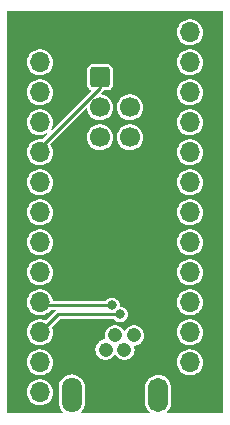
<source format=gbl>
%TF.GenerationSoftware,KiCad,Pcbnew,6.0.2+dfsg-1*%
%TF.CreationDate,2022-08-12T08:44:15-04:00*%
%TF.ProjectId,attiny_devboard,61747469-6e79-45f6-9465-76626f617264,rev?*%
%TF.SameCoordinates,Original*%
%TF.FileFunction,Copper,L2,Bot*%
%TF.FilePolarity,Positive*%
%FSLAX46Y46*%
G04 Gerber Fmt 4.6, Leading zero omitted, Abs format (unit mm)*
G04 Created by KiCad (PCBNEW 6.0.2+dfsg-1) date 2022-08-12 08:44:15*
%MOMM*%
%LPD*%
G01*
G04 APERTURE LIST*
G04 Aperture macros list*
%AMRoundRect*
0 Rectangle with rounded corners*
0 $1 Rounding radius*
0 $2 $3 $4 $5 $6 $7 $8 $9 X,Y pos of 4 corners*
0 Add a 4 corners polygon primitive as box body*
4,1,4,$2,$3,$4,$5,$6,$7,$8,$9,$2,$3,0*
0 Add four circle primitives for the rounded corners*
1,1,$1+$1,$2,$3*
1,1,$1+$1,$4,$5*
1,1,$1+$1,$6,$7*
1,1,$1+$1,$8,$9*
0 Add four rect primitives between the rounded corners*
20,1,$1+$1,$2,$3,$4,$5,0*
20,1,$1+$1,$4,$5,$6,$7,0*
20,1,$1+$1,$6,$7,$8,$9,0*
20,1,$1+$1,$8,$9,$2,$3,0*%
G04 Aperture macros list end*
%TA.AperFunction,ComponentPad*%
%ADD10RoundRect,0.250000X-0.600000X-0.600000X0.600000X-0.600000X0.600000X0.600000X-0.600000X0.600000X0*%
%TD*%
%TA.AperFunction,ComponentPad*%
%ADD11C,1.700000*%
%TD*%
%TA.AperFunction,ComponentPad*%
%ADD12O,1.700000X2.900000*%
%TD*%
%TA.AperFunction,ComponentPad*%
%ADD13O,1.700000X2.980000*%
%TD*%
%TA.AperFunction,ComponentPad*%
%ADD14C,1.208000*%
%TD*%
%TA.AperFunction,ComponentPad*%
%ADD15R,1.700000X1.700000*%
%TD*%
%TA.AperFunction,ComponentPad*%
%ADD16O,1.700000X1.700000*%
%TD*%
%TA.AperFunction,ViaPad*%
%ADD17C,0.800000*%
%TD*%
%TA.AperFunction,Conductor*%
%ADD18C,0.250000*%
%TD*%
G04 APERTURE END LIST*
D10*
%TO.P,J1,1,DATA*%
%TO.N,PA0*%
X137160000Y-80010000D03*
D11*
%TO.P,J1,2,VCC*%
%TO.N,VCC*%
X139700000Y-80010000D03*
%TO.P,J1,3,NC*%
%TO.N,unconnected-(J1-Pad3)*%
X137160000Y-82550000D03*
%TO.P,J1,4,NC*%
%TO.N,unconnected-(J1-Pad4)*%
X139700000Y-82550000D03*
%TO.P,J1,5,NC*%
%TO.N,unconnected-(J1-Pad5)*%
X137160000Y-85090000D03*
%TO.P,J1,6,GND*%
%TO.N,GND*%
X139700000Y-85090000D03*
%TD*%
D12*
%TO.P,J2,6,Shield*%
%TO.N,GND*%
X142080000Y-106904000D03*
D13*
X134780000Y-106904000D03*
D14*
%TO.P,J2,5,GND*%
X140030000Y-101854000D03*
%TO.P,J2,4,ID*%
%TO.N,unconnected-(J2-Pad4)*%
X139230000Y-103054000D03*
%TO.P,J2,3,D+*%
%TO.N,unconnected-(J2-Pad3)*%
X138430000Y-101854000D03*
%TO.P,J2,2,D-*%
%TO.N,unconnected-(J2-Pad2)*%
X137630000Y-103054000D03*
%TO.P,J2,1,VBUS*%
%TO.N,VCC*%
X136830000Y-101854000D03*
%TD*%
D15*
%TO.P,J4,1,Pin_1*%
%TO.N,VCC*%
X144780000Y-106680000D03*
D16*
%TO.P,J4,2,Pin_2*%
%TO.N,PB7*%
X144780000Y-104140000D03*
%TO.P,J4,3,Pin_3*%
%TO.N,PB6*%
X144780000Y-101600000D03*
%TO.P,J4,4,Pin_4*%
%TO.N,PB5*%
X144780000Y-99060000D03*
%TO.P,J4,5,Pin_5*%
%TO.N,PB4*%
X144780000Y-96520000D03*
%TO.P,J4,6,Pin_6*%
%TO.N,PB3*%
X144780000Y-93980000D03*
%TO.P,J4,7,Pin_7*%
%TO.N,PB2*%
X144780000Y-91440000D03*
%TO.P,J4,8,Pin_8*%
%TO.N,PB1*%
X144780000Y-88900000D03*
%TO.P,J4,9,Pin_9*%
%TO.N,PB0*%
X144780000Y-86360000D03*
%TO.P,J4,10,Pin_10*%
%TO.N,PC0*%
X144780000Y-83820000D03*
%TO.P,J4,11,Pin_11*%
%TO.N,PC1*%
X144780000Y-81280000D03*
%TO.P,J4,12,Pin_12*%
%TO.N,PC2*%
X144780000Y-78740000D03*
%TO.P,J4,13,Pin_13*%
%TO.N,GND*%
X144780000Y-76200000D03*
%TD*%
D15*
%TO.P,J3,1,Pin_1*%
%TO.N,VCC*%
X132080000Y-76200000D03*
D16*
%TO.P,J3,2,Pin_2*%
%TO.N,PC3*%
X132080000Y-78740000D03*
%TO.P,J3,3,Pin_3*%
%TO.N,PC4*%
X132080000Y-81280000D03*
%TO.P,J3,4,Pin_4*%
%TO.N,PC5*%
X132080000Y-83820000D03*
%TO.P,J3,5,Pin_5*%
%TO.N,PA0*%
X132080000Y-86360000D03*
%TO.P,J3,6,Pin_6*%
%TO.N,PA1*%
X132080000Y-88900000D03*
%TO.P,J3,7,Pin_7*%
%TO.N,PA2*%
X132080000Y-91440000D03*
%TO.P,J3,8,Pin_8*%
%TO.N,PA3*%
X132080000Y-93980000D03*
%TO.P,J3,9,Pin_9*%
%TO.N,PA4*%
X132080000Y-96520000D03*
%TO.P,J3,10,Pin_10*%
%TO.N,PA5*%
X132080000Y-99060000D03*
%TO.P,J3,11,Pin_11*%
%TO.N,PA6*%
X132080000Y-101600000D03*
%TO.P,J3,12,Pin_12*%
%TO.N,PA7*%
X132080000Y-104140000D03*
%TO.P,J3,13,Pin_13*%
%TO.N,GND*%
X132080000Y-106680000D03*
%TD*%
D17*
%TO.N,PA6*%
X138870337Y-100072972D03*
%TO.N,PA5*%
X138176000Y-99314000D03*
%TO.N,VCC*%
X136103992Y-97495992D03*
X135087992Y-98511992D03*
%TD*%
D18*
%TO.N,PA6*%
X133607028Y-100072972D02*
X138870337Y-100072972D01*
X132080000Y-101600000D02*
X133607028Y-100072972D01*
%TO.N,PA5*%
X138176000Y-99314000D02*
X132334000Y-99314000D01*
X132334000Y-99314000D02*
X132080000Y-99060000D01*
%TO.N,PA0*%
X132080000Y-86360000D02*
X132080000Y-85968990D01*
X137160000Y-80888990D02*
X137160000Y-80010000D01*
X132080000Y-85968990D02*
X137160000Y-80888990D01*
%TD*%
%TA.AperFunction,Conductor*%
%TO.N,VCC*%
G36*
X147565067Y-74430933D02*
G01*
X147574000Y-74452500D01*
X147574000Y-108427500D01*
X147565067Y-108449067D01*
X147543500Y-108458000D01*
X142739854Y-108458000D01*
X142718287Y-108449067D01*
X142709354Y-108427500D01*
X142718287Y-108405933D01*
X142722208Y-108402623D01*
X142803799Y-108344746D01*
X142804986Y-108343904D01*
X142950728Y-108191660D01*
X142982716Y-108142119D01*
X143064264Y-108015824D01*
X143064266Y-108015821D01*
X143065052Y-108014603D01*
X143089214Y-107954651D01*
X143143293Y-107820465D01*
X143143294Y-107820463D01*
X143143834Y-107819122D01*
X143151514Y-107779797D01*
X143184019Y-107613349D01*
X143184020Y-107613342D01*
X143184229Y-107612271D01*
X143184500Y-107606730D01*
X143184500Y-106251341D01*
X143179194Y-106195729D01*
X143169645Y-106095637D01*
X143169644Y-106095634D01*
X143169507Y-106094194D01*
X143164495Y-106077108D01*
X143123950Y-105938904D01*
X143110177Y-105891958D01*
X143013676Y-105704590D01*
X143003121Y-105691152D01*
X142884383Y-105539993D01*
X142883486Y-105538851D01*
X142882389Y-105537899D01*
X142725399Y-105401669D01*
X142725398Y-105401668D01*
X142724304Y-105400719D01*
X142541874Y-105295181D01*
X142540506Y-105294706D01*
X142540504Y-105294705D01*
X142344149Y-105226519D01*
X142344148Y-105226519D01*
X142342778Y-105226043D01*
X142134200Y-105195801D01*
X141923667Y-105205545D01*
X141718774Y-105254924D01*
X141526916Y-105342157D01*
X141525732Y-105342997D01*
X141525730Y-105342998D01*
X141409922Y-105425147D01*
X141355014Y-105464096D01*
X141354008Y-105465147D01*
X141216253Y-105609048D01*
X141209272Y-105616340D01*
X141208483Y-105617562D01*
X141101912Y-105782612D01*
X141094948Y-105793397D01*
X141094406Y-105794743D01*
X141094405Y-105794744D01*
X141032287Y-105948878D01*
X141016166Y-105988878D01*
X141015889Y-105990295D01*
X141015889Y-105990296D01*
X140975981Y-106194651D01*
X140975980Y-106194658D01*
X140975771Y-106195729D01*
X140975500Y-106201270D01*
X140975500Y-107556659D01*
X140975568Y-107557370D01*
X140975568Y-107557373D01*
X140984865Y-107654812D01*
X140990493Y-107713806D01*
X140990900Y-107715192D01*
X140990900Y-107715194D01*
X141003688Y-107758785D01*
X141049823Y-107916042D01*
X141146324Y-108103410D01*
X141147219Y-108104549D01*
X141147220Y-108104551D01*
X141253883Y-108240339D01*
X141276514Y-108269149D01*
X141407546Y-108382853D01*
X141432450Y-108404464D01*
X141442884Y-108425346D01*
X141435496Y-108447490D01*
X141412460Y-108458000D01*
X135496243Y-108458000D01*
X135474676Y-108449067D01*
X135465743Y-108427500D01*
X135474676Y-108405933D01*
X135478597Y-108402623D01*
X135503799Y-108384746D01*
X135504986Y-108383904D01*
X135650728Y-108231660D01*
X135677345Y-108190438D01*
X135764264Y-108055824D01*
X135764266Y-108055821D01*
X135765052Y-108054603D01*
X135781716Y-108013256D01*
X135843293Y-107860465D01*
X135843294Y-107860463D01*
X135843834Y-107859122D01*
X135851383Y-107820465D01*
X135884019Y-107653349D01*
X135884020Y-107653342D01*
X135884229Y-107652271D01*
X135884500Y-107646730D01*
X135884500Y-106211341D01*
X135883115Y-106196826D01*
X135869645Y-106055637D01*
X135869644Y-106055634D01*
X135869507Y-106054194D01*
X135829099Y-105916455D01*
X135810585Y-105853349D01*
X135810177Y-105851958D01*
X135713676Y-105664590D01*
X135674950Y-105615289D01*
X135584383Y-105499993D01*
X135583486Y-105498851D01*
X135496369Y-105423254D01*
X135425399Y-105361669D01*
X135425398Y-105361668D01*
X135424304Y-105360719D01*
X135241874Y-105255181D01*
X135240506Y-105254706D01*
X135240504Y-105254705D01*
X135044149Y-105186519D01*
X135044148Y-105186519D01*
X135042778Y-105186043D01*
X134834200Y-105155801D01*
X134623667Y-105165545D01*
X134418774Y-105214924D01*
X134226916Y-105302157D01*
X134225732Y-105302997D01*
X134225730Y-105302998D01*
X134088994Y-105399992D01*
X134055014Y-105424096D01*
X133909272Y-105576340D01*
X133908483Y-105577562D01*
X133825629Y-105705881D01*
X133794948Y-105753397D01*
X133794406Y-105754743D01*
X133794405Y-105754744D01*
X133720186Y-105938904D01*
X133716166Y-105948878D01*
X133715889Y-105950295D01*
X133715889Y-105950296D01*
X133675981Y-106154651D01*
X133675980Y-106154658D01*
X133675771Y-106155729D01*
X133675500Y-106161270D01*
X133675500Y-107596659D01*
X133675568Y-107597370D01*
X133675568Y-107597373D01*
X133688723Y-107735250D01*
X133690493Y-107753806D01*
X133690900Y-107755192D01*
X133690900Y-107755194D01*
X133698011Y-107779434D01*
X133749823Y-107956042D01*
X133846324Y-108143410D01*
X133847219Y-108144549D01*
X133847220Y-108144551D01*
X133945841Y-108270101D01*
X133976514Y-108309149D01*
X133977611Y-108310101D01*
X134086354Y-108404464D01*
X134096788Y-108425346D01*
X134089400Y-108447490D01*
X134066364Y-108458000D01*
X129316500Y-108458000D01*
X129294933Y-108449067D01*
X129286000Y-108427500D01*
X129286000Y-106650964D01*
X130971148Y-106650964D01*
X130984424Y-106853522D01*
X131034392Y-107050269D01*
X131119377Y-107234616D01*
X131120182Y-107235755D01*
X131235726Y-107399248D01*
X131235730Y-107399252D01*
X131236533Y-107400389D01*
X131381938Y-107542035D01*
X131383104Y-107542814D01*
X131478761Y-107606730D01*
X131550720Y-107654812D01*
X131638788Y-107692649D01*
X131735945Y-107734391D01*
X131735947Y-107734392D01*
X131737228Y-107734942D01*
X131935216Y-107779742D01*
X131936612Y-107779797D01*
X131936613Y-107779797D01*
X132093676Y-107785968D01*
X132138053Y-107787712D01*
X132338945Y-107758584D01*
X132340267Y-107758135D01*
X132340272Y-107758134D01*
X132529836Y-107693785D01*
X132531165Y-107693334D01*
X132615032Y-107646366D01*
X132707055Y-107594831D01*
X132707057Y-107594830D01*
X132708276Y-107594147D01*
X132770934Y-107542035D01*
X132863270Y-107465239D01*
X132864345Y-107464345D01*
X132994147Y-107308276D01*
X133093334Y-107131165D01*
X133108506Y-107086469D01*
X133158134Y-106940272D01*
X133158135Y-106940267D01*
X133158584Y-106938945D01*
X133187712Y-106738053D01*
X133189232Y-106680000D01*
X133170658Y-106477859D01*
X133115557Y-106282487D01*
X133102916Y-106256852D01*
X133026394Y-106101681D01*
X133026394Y-106101680D01*
X133025776Y-106100428D01*
X132904320Y-105937779D01*
X132755258Y-105799987D01*
X132583581Y-105691667D01*
X132395039Y-105616446D01*
X132393676Y-105616175D01*
X132393673Y-105616174D01*
X132296419Y-105596829D01*
X132195946Y-105576844D01*
X132101892Y-105575613D01*
X131994375Y-105574205D01*
X131994371Y-105574205D01*
X131992971Y-105574187D01*
X131924376Y-105585974D01*
X131794293Y-105608326D01*
X131794289Y-105608327D01*
X131792910Y-105608564D01*
X131791601Y-105609047D01*
X131791597Y-105609048D01*
X131641046Y-105664590D01*
X131602463Y-105678824D01*
X131601262Y-105679539D01*
X131601259Y-105679540D01*
X131561072Y-105703449D01*
X131428010Y-105782612D01*
X131275392Y-105916455D01*
X131149720Y-106075869D01*
X131149069Y-106077107D01*
X131149068Y-106077108D01*
X131057775Y-106250627D01*
X131055203Y-106255515D01*
X130995007Y-106449378D01*
X130971148Y-106650964D01*
X129286000Y-106650964D01*
X129286000Y-104110964D01*
X130971148Y-104110964D01*
X130984424Y-104313522D01*
X131034392Y-104510269D01*
X131119377Y-104694616D01*
X131120182Y-104695755D01*
X131235726Y-104859248D01*
X131235730Y-104859252D01*
X131236533Y-104860389D01*
X131381938Y-105002035D01*
X131550720Y-105114812D01*
X131638788Y-105152649D01*
X131735945Y-105194391D01*
X131735947Y-105194392D01*
X131737228Y-105194942D01*
X131935216Y-105239742D01*
X131936612Y-105239797D01*
X131936613Y-105239797D01*
X132093676Y-105245968D01*
X132138053Y-105247712D01*
X132338945Y-105218584D01*
X132340267Y-105218135D01*
X132340272Y-105218134D01*
X132495390Y-105165478D01*
X132531165Y-105153334D01*
X132708276Y-105054147D01*
X132770934Y-105002035D01*
X132863270Y-104925239D01*
X132864345Y-104924345D01*
X132994147Y-104768276D01*
X133093334Y-104591165D01*
X133108506Y-104546469D01*
X133158134Y-104400272D01*
X133158135Y-104400267D01*
X133158584Y-104398945D01*
X133187712Y-104198053D01*
X133189232Y-104140000D01*
X133186564Y-104110964D01*
X143671148Y-104110964D01*
X143684424Y-104313522D01*
X143734392Y-104510269D01*
X143819377Y-104694616D01*
X143820182Y-104695755D01*
X143935726Y-104859248D01*
X143935730Y-104859252D01*
X143936533Y-104860389D01*
X144081938Y-105002035D01*
X144250720Y-105114812D01*
X144338788Y-105152649D01*
X144435945Y-105194391D01*
X144435947Y-105194392D01*
X144437228Y-105194942D01*
X144635216Y-105239742D01*
X144636612Y-105239797D01*
X144636613Y-105239797D01*
X144793676Y-105245968D01*
X144838053Y-105247712D01*
X145038945Y-105218584D01*
X145040267Y-105218135D01*
X145040272Y-105218134D01*
X145195390Y-105165478D01*
X145231165Y-105153334D01*
X145408276Y-105054147D01*
X145470934Y-105002035D01*
X145563270Y-104925239D01*
X145564345Y-104924345D01*
X145694147Y-104768276D01*
X145793334Y-104591165D01*
X145808506Y-104546469D01*
X145858134Y-104400272D01*
X145858135Y-104400267D01*
X145858584Y-104398945D01*
X145887712Y-104198053D01*
X145889232Y-104140000D01*
X145870658Y-103937859D01*
X145815557Y-103742487D01*
X145802916Y-103716852D01*
X145726394Y-103561681D01*
X145726394Y-103561680D01*
X145725776Y-103560428D01*
X145604320Y-103397779D01*
X145455258Y-103259987D01*
X145283581Y-103151667D01*
X145095039Y-103076446D01*
X145093676Y-103076175D01*
X145093673Y-103076174D01*
X144982195Y-103054000D01*
X144895946Y-103036844D01*
X144801892Y-103035613D01*
X144694375Y-103034205D01*
X144694371Y-103034205D01*
X144692971Y-103034187D01*
X144675920Y-103037117D01*
X144494293Y-103068326D01*
X144494289Y-103068327D01*
X144492910Y-103068564D01*
X144491601Y-103069047D01*
X144491597Y-103069048D01*
X144315006Y-103134197D01*
X144302463Y-103138824D01*
X144301262Y-103139539D01*
X144301259Y-103139540D01*
X144237922Y-103177222D01*
X144128010Y-103242612D01*
X143975392Y-103376455D01*
X143849720Y-103535869D01*
X143849069Y-103537107D01*
X143849068Y-103537108D01*
X143765237Y-103696444D01*
X143755203Y-103715515D01*
X143695007Y-103909378D01*
X143671148Y-104110964D01*
X133186564Y-104110964D01*
X133170658Y-103937859D01*
X133115557Y-103742487D01*
X133102916Y-103716852D01*
X133026394Y-103561681D01*
X133026394Y-103561680D01*
X133025776Y-103560428D01*
X132904320Y-103397779D01*
X132755258Y-103259987D01*
X132583581Y-103151667D01*
X132395039Y-103076446D01*
X132393676Y-103076175D01*
X132393673Y-103076174D01*
X132282195Y-103054000D01*
X136766771Y-103054000D01*
X136785635Y-103233475D01*
X136811050Y-103311696D01*
X136839386Y-103398904D01*
X136841401Y-103405107D01*
X136931633Y-103561393D01*
X137052387Y-103695504D01*
X137198385Y-103801578D01*
X137280817Y-103838279D01*
X137361785Y-103874329D01*
X137361788Y-103874330D01*
X137363248Y-103874980D01*
X137364807Y-103875311D01*
X137364812Y-103875313D01*
X137538209Y-103912169D01*
X137538212Y-103912169D01*
X137539768Y-103912500D01*
X137720232Y-103912500D01*
X137721788Y-103912169D01*
X137721791Y-103912169D01*
X137895188Y-103875313D01*
X137895193Y-103875311D01*
X137896752Y-103874980D01*
X137898212Y-103874330D01*
X137898215Y-103874329D01*
X137979183Y-103838279D01*
X138061615Y-103801578D01*
X138207613Y-103695504D01*
X138328367Y-103561393D01*
X138403586Y-103431110D01*
X138422106Y-103416899D01*
X138445250Y-103419946D01*
X138456414Y-103431110D01*
X138531633Y-103561393D01*
X138652387Y-103695504D01*
X138798385Y-103801578D01*
X138880817Y-103838279D01*
X138961785Y-103874329D01*
X138961788Y-103874330D01*
X138963248Y-103874980D01*
X138964807Y-103875311D01*
X138964812Y-103875313D01*
X139138209Y-103912169D01*
X139138212Y-103912169D01*
X139139768Y-103912500D01*
X139320232Y-103912500D01*
X139321788Y-103912169D01*
X139321791Y-103912169D01*
X139495188Y-103875313D01*
X139495193Y-103875311D01*
X139496752Y-103874980D01*
X139498212Y-103874330D01*
X139498215Y-103874329D01*
X139579183Y-103838279D01*
X139661615Y-103801578D01*
X139807613Y-103695504D01*
X139928367Y-103561393D01*
X140018599Y-103405107D01*
X140020615Y-103398904D01*
X140048950Y-103311696D01*
X140074365Y-103233475D01*
X140093229Y-103054000D01*
X140074365Y-102874525D01*
X140034692Y-102752424D01*
X140036523Y-102729153D01*
X140054274Y-102713993D01*
X140063699Y-102712500D01*
X140120232Y-102712500D01*
X140121788Y-102712169D01*
X140121791Y-102712169D01*
X140295188Y-102675313D01*
X140295193Y-102675311D01*
X140296752Y-102674980D01*
X140298212Y-102674330D01*
X140298215Y-102674329D01*
X140379183Y-102638279D01*
X140461615Y-102601578D01*
X140538913Y-102545418D01*
X140606319Y-102496444D01*
X140607613Y-102495504D01*
X140728367Y-102361393D01*
X140818599Y-102205107D01*
X140821721Y-102195500D01*
X140873871Y-102034995D01*
X140874365Y-102033475D01*
X140893229Y-101854000D01*
X140874365Y-101674525D01*
X140840716Y-101570964D01*
X143671148Y-101570964D01*
X143684424Y-101773522D01*
X143734392Y-101970269D01*
X143819377Y-102154616D01*
X143820182Y-102155755D01*
X143935726Y-102319248D01*
X143935730Y-102319252D01*
X143936533Y-102320389D01*
X144081938Y-102462035D01*
X144250720Y-102574812D01*
X144310827Y-102600636D01*
X144435945Y-102654391D01*
X144435947Y-102654392D01*
X144437228Y-102654942D01*
X144635216Y-102699742D01*
X144636612Y-102699797D01*
X144636613Y-102699797D01*
X144793676Y-102705968D01*
X144838053Y-102707712D01*
X145038945Y-102678584D01*
X145040267Y-102678135D01*
X145040272Y-102678134D01*
X145229836Y-102613785D01*
X145231165Y-102613334D01*
X145408276Y-102514147D01*
X145470934Y-102462035D01*
X145530497Y-102412496D01*
X145564345Y-102384345D01*
X145689660Y-102233671D01*
X145693253Y-102229351D01*
X145693253Y-102229350D01*
X145694147Y-102228276D01*
X145712503Y-102195500D01*
X145792649Y-102052388D01*
X145793334Y-102051165D01*
X145808506Y-102006469D01*
X145858134Y-101860272D01*
X145858135Y-101860267D01*
X145858584Y-101858945D01*
X145887712Y-101658053D01*
X145889232Y-101600000D01*
X145870658Y-101397859D01*
X145815557Y-101202487D01*
X145802916Y-101176852D01*
X145726394Y-101021681D01*
X145726394Y-101021680D01*
X145725776Y-101020428D01*
X145604320Y-100857779D01*
X145455258Y-100719987D01*
X145283581Y-100611667D01*
X145095039Y-100536446D01*
X145093676Y-100536175D01*
X145093673Y-100536174D01*
X144996419Y-100516829D01*
X144895946Y-100496844D01*
X144801892Y-100495613D01*
X144694375Y-100494205D01*
X144694371Y-100494205D01*
X144692971Y-100494187D01*
X144675920Y-100497117D01*
X144494293Y-100528326D01*
X144494289Y-100528327D01*
X144492910Y-100528564D01*
X144491601Y-100529047D01*
X144491597Y-100529048D01*
X144346312Y-100582647D01*
X144302463Y-100598824D01*
X144301262Y-100599539D01*
X144301259Y-100599540D01*
X144261912Y-100622949D01*
X144128010Y-100702612D01*
X143975392Y-100836455D01*
X143849720Y-100995869D01*
X143849069Y-100997107D01*
X143849068Y-100997108D01*
X143778667Y-101130918D01*
X143755203Y-101175515D01*
X143695007Y-101369378D01*
X143694843Y-101370764D01*
X143675052Y-101537982D01*
X143671148Y-101570964D01*
X140840716Y-101570964D01*
X140818599Y-101502893D01*
X140728367Y-101346607D01*
X140607613Y-101212496D01*
X140527392Y-101154212D01*
X140462912Y-101107364D01*
X140462910Y-101107363D01*
X140461615Y-101106422D01*
X140379184Y-101069721D01*
X140298215Y-101033671D01*
X140298212Y-101033670D01*
X140296752Y-101033020D01*
X140295193Y-101032689D01*
X140295188Y-101032687D01*
X140121791Y-100995831D01*
X140121788Y-100995831D01*
X140120232Y-100995500D01*
X139939768Y-100995500D01*
X139938212Y-100995831D01*
X139938209Y-100995831D01*
X139764812Y-101032687D01*
X139764807Y-101032689D01*
X139763248Y-101033020D01*
X139761788Y-101033670D01*
X139761785Y-101033671D01*
X139680817Y-101069721D01*
X139598386Y-101106422D01*
X139452387Y-101212496D01*
X139331633Y-101346607D01*
X139330834Y-101347991D01*
X139256414Y-101476890D01*
X139237894Y-101491101D01*
X139214750Y-101488054D01*
X139203586Y-101476890D01*
X139129166Y-101347991D01*
X139128367Y-101346607D01*
X139007613Y-101212496D01*
X138927392Y-101154212D01*
X138862912Y-101107364D01*
X138862910Y-101107363D01*
X138861615Y-101106422D01*
X138779184Y-101069721D01*
X138698215Y-101033671D01*
X138698212Y-101033670D01*
X138696752Y-101033020D01*
X138695193Y-101032689D01*
X138695188Y-101032687D01*
X138521791Y-100995831D01*
X138521788Y-100995831D01*
X138520232Y-100995500D01*
X138339768Y-100995500D01*
X138338212Y-100995831D01*
X138338209Y-100995831D01*
X138164812Y-101032687D01*
X138164807Y-101032689D01*
X138163248Y-101033020D01*
X138161788Y-101033670D01*
X138161785Y-101033671D01*
X138080817Y-101069721D01*
X137998386Y-101106422D01*
X137852387Y-101212496D01*
X137731633Y-101346607D01*
X137641401Y-101502893D01*
X137585635Y-101674525D01*
X137566771Y-101854000D01*
X137585635Y-102033475D01*
X137586129Y-102034995D01*
X137625308Y-102155575D01*
X137623477Y-102178847D01*
X137605726Y-102194007D01*
X137596301Y-102195500D01*
X137539768Y-102195500D01*
X137538212Y-102195831D01*
X137538209Y-102195831D01*
X137364812Y-102232687D01*
X137364807Y-102232689D01*
X137363248Y-102233020D01*
X137361788Y-102233670D01*
X137361785Y-102233671D01*
X137280817Y-102269721D01*
X137198386Y-102306422D01*
X137197091Y-102307363D01*
X137197089Y-102307364D01*
X137121088Y-102362582D01*
X137052387Y-102412496D01*
X137051319Y-102413682D01*
X137051317Y-102413684D01*
X136999980Y-102470699D01*
X136931633Y-102546607D01*
X136841401Y-102702893D01*
X136840907Y-102704415D01*
X136840906Y-102704416D01*
X136837794Y-102713993D01*
X136785635Y-102874525D01*
X136766771Y-103054000D01*
X132282195Y-103054000D01*
X132195946Y-103036844D01*
X132101892Y-103035613D01*
X131994375Y-103034205D01*
X131994371Y-103034205D01*
X131992971Y-103034187D01*
X131975920Y-103037117D01*
X131794293Y-103068326D01*
X131794289Y-103068327D01*
X131792910Y-103068564D01*
X131791601Y-103069047D01*
X131791597Y-103069048D01*
X131615006Y-103134197D01*
X131602463Y-103138824D01*
X131601262Y-103139539D01*
X131601259Y-103139540D01*
X131537922Y-103177222D01*
X131428010Y-103242612D01*
X131275392Y-103376455D01*
X131149720Y-103535869D01*
X131149069Y-103537107D01*
X131149068Y-103537108D01*
X131065237Y-103696444D01*
X131055203Y-103715515D01*
X130995007Y-103909378D01*
X130971148Y-104110964D01*
X129286000Y-104110964D01*
X129286000Y-101570964D01*
X130971148Y-101570964D01*
X130984424Y-101773522D01*
X131034392Y-101970269D01*
X131119377Y-102154616D01*
X131120182Y-102155755D01*
X131235726Y-102319248D01*
X131235730Y-102319252D01*
X131236533Y-102320389D01*
X131381938Y-102462035D01*
X131550720Y-102574812D01*
X131610827Y-102600636D01*
X131735945Y-102654391D01*
X131735947Y-102654392D01*
X131737228Y-102654942D01*
X131935216Y-102699742D01*
X131936612Y-102699797D01*
X131936613Y-102699797D01*
X132093676Y-102705968D01*
X132138053Y-102707712D01*
X132338945Y-102678584D01*
X132340267Y-102678135D01*
X132340272Y-102678134D01*
X132529836Y-102613785D01*
X132531165Y-102613334D01*
X132708276Y-102514147D01*
X132770934Y-102462035D01*
X132830497Y-102412496D01*
X132864345Y-102384345D01*
X132989660Y-102233671D01*
X132993253Y-102229351D01*
X132993253Y-102229350D01*
X132994147Y-102228276D01*
X133012503Y-102195500D01*
X133092649Y-102052388D01*
X133093334Y-102051165D01*
X133108506Y-102006469D01*
X133158134Y-101860272D01*
X133158135Y-101860267D01*
X133158584Y-101858945D01*
X133187712Y-101658053D01*
X133189232Y-101600000D01*
X133170658Y-101397859D01*
X133115557Y-101202487D01*
X133114939Y-101201233D01*
X133091751Y-101154212D01*
X133090225Y-101130918D01*
X133097539Y-101119155D01*
X133755289Y-100461405D01*
X133776856Y-100452472D01*
X138320518Y-100452472D01*
X138342085Y-100461405D01*
X138345831Y-100465958D01*
X138371245Y-100503777D01*
X138488413Y-100610391D01*
X138490027Y-100611267D01*
X138490028Y-100611268D01*
X138511542Y-100622949D01*
X138627630Y-100685980D01*
X138780859Y-100726179D01*
X138782696Y-100726208D01*
X138782697Y-100726208D01*
X138877290Y-100727694D01*
X138939253Y-100728667D01*
X138950117Y-100726179D01*
X138995654Y-100715749D01*
X139093669Y-100693301D01*
X139235192Y-100622123D01*
X139295421Y-100570682D01*
X139354251Y-100520437D01*
X139354252Y-100520436D01*
X139355651Y-100519241D01*
X139367858Y-100502254D01*
X139447021Y-100392086D01*
X139448092Y-100390596D01*
X139507179Y-100243613D01*
X139518010Y-100167511D01*
X139529360Y-100087759D01*
X139529361Y-100087752D01*
X139529499Y-100086779D01*
X139529644Y-100072972D01*
X139510613Y-99915705D01*
X139454617Y-99767518D01*
X139364890Y-99636964D01*
X139339807Y-99614616D01*
X139247985Y-99532806D01*
X139247984Y-99532805D01*
X139246612Y-99531583D01*
X139210359Y-99512388D01*
X139108238Y-99458317D01*
X139108235Y-99458316D01*
X139106611Y-99457456D01*
X139104825Y-99457007D01*
X139104824Y-99457007D01*
X139066154Y-99447294D01*
X138952970Y-99418864D01*
X138951138Y-99418854D01*
X138951135Y-99418854D01*
X138857263Y-99418362D01*
X138835743Y-99409315D01*
X138826923Y-99387702D01*
X138827227Y-99383565D01*
X138835023Y-99328787D01*
X138835024Y-99328780D01*
X138835162Y-99327807D01*
X138835307Y-99314000D01*
X138816276Y-99156733D01*
X138768751Y-99030964D01*
X143671148Y-99030964D01*
X143684424Y-99233522D01*
X143684768Y-99234876D01*
X143722531Y-99383565D01*
X143734392Y-99430269D01*
X143819377Y-99614616D01*
X143820182Y-99615755D01*
X143935726Y-99779248D01*
X143935730Y-99779252D01*
X143936533Y-99780389D01*
X144081938Y-99922035D01*
X144250720Y-100034812D01*
X144337229Y-100071979D01*
X144435945Y-100114391D01*
X144435947Y-100114392D01*
X144437228Y-100114942D01*
X144635216Y-100159742D01*
X144636612Y-100159797D01*
X144636613Y-100159797D01*
X144793676Y-100165968D01*
X144838053Y-100167712D01*
X145038945Y-100138584D01*
X145040267Y-100138135D01*
X145040272Y-100138134D01*
X145194486Y-100085785D01*
X145231165Y-100073334D01*
X145408276Y-99974147D01*
X145470934Y-99922035D01*
X145563270Y-99845239D01*
X145564345Y-99844345D01*
X145655521Y-99734718D01*
X145693253Y-99689351D01*
X145693253Y-99689350D01*
X145694147Y-99688276D01*
X145722033Y-99638483D01*
X145792649Y-99512388D01*
X145793334Y-99511165D01*
X145811718Y-99457007D01*
X145858134Y-99320272D01*
X145858135Y-99320267D01*
X145858584Y-99318945D01*
X145887712Y-99118053D01*
X145889232Y-99060000D01*
X145870658Y-98857859D01*
X145815557Y-98662487D01*
X145814499Y-98660340D01*
X145726394Y-98481681D01*
X145726394Y-98481680D01*
X145725776Y-98480428D01*
X145604320Y-98317779D01*
X145455258Y-98179987D01*
X145283581Y-98071667D01*
X145095039Y-97996446D01*
X145093676Y-97996175D01*
X145093673Y-97996174D01*
X144996419Y-97976829D01*
X144895946Y-97956844D01*
X144801892Y-97955613D01*
X144694375Y-97954205D01*
X144694371Y-97954205D01*
X144692971Y-97954187D01*
X144675920Y-97957117D01*
X144494293Y-97988326D01*
X144494289Y-97988327D01*
X144492910Y-97988564D01*
X144491601Y-97989047D01*
X144491597Y-97989048D01*
X144315006Y-98054197D01*
X144302463Y-98058824D01*
X144301262Y-98059539D01*
X144301259Y-98059540D01*
X144237922Y-98097222D01*
X144128010Y-98162612D01*
X143975392Y-98296455D01*
X143849720Y-98455869D01*
X143849069Y-98457107D01*
X143849068Y-98457108D01*
X143836140Y-98481681D01*
X143755203Y-98635515D01*
X143695007Y-98829378D01*
X143694843Y-98830764D01*
X143673598Y-99010267D01*
X143671148Y-99030964D01*
X138768751Y-99030964D01*
X138760280Y-99008546D01*
X138670553Y-98877992D01*
X138617545Y-98830764D01*
X138553648Y-98773834D01*
X138553647Y-98773833D01*
X138552275Y-98772611D01*
X138547166Y-98769906D01*
X138413901Y-98699345D01*
X138413898Y-98699344D01*
X138412274Y-98698484D01*
X138410488Y-98698035D01*
X138410487Y-98698035D01*
X138371817Y-98688322D01*
X138258633Y-98659892D01*
X138256801Y-98659882D01*
X138256798Y-98659882D01*
X138176708Y-98659463D01*
X138100221Y-98659062D01*
X138098431Y-98659492D01*
X138098429Y-98659492D01*
X137947973Y-98695613D01*
X137947969Y-98695614D01*
X137946184Y-98696043D01*
X137805414Y-98768700D01*
X137804032Y-98769906D01*
X137703210Y-98857859D01*
X137686039Y-98872838D01*
X137651812Y-98921538D01*
X137632102Y-98934046D01*
X137626858Y-98934500D01*
X133205526Y-98934500D01*
X133183959Y-98925567D01*
X133175154Y-98906791D01*
X133172034Y-98872838D01*
X133170658Y-98857859D01*
X133115557Y-98662487D01*
X133114499Y-98660340D01*
X133026394Y-98481681D01*
X133026394Y-98481680D01*
X133025776Y-98480428D01*
X132904320Y-98317779D01*
X132755258Y-98179987D01*
X132583581Y-98071667D01*
X132395039Y-97996446D01*
X132393676Y-97996175D01*
X132393673Y-97996174D01*
X132296419Y-97976829D01*
X132195946Y-97956844D01*
X132101892Y-97955613D01*
X131994375Y-97954205D01*
X131994371Y-97954205D01*
X131992971Y-97954187D01*
X131975920Y-97957117D01*
X131794293Y-97988326D01*
X131794289Y-97988327D01*
X131792910Y-97988564D01*
X131791601Y-97989047D01*
X131791597Y-97989048D01*
X131615006Y-98054197D01*
X131602463Y-98058824D01*
X131601262Y-98059539D01*
X131601259Y-98059540D01*
X131537922Y-98097222D01*
X131428010Y-98162612D01*
X131275392Y-98296455D01*
X131149720Y-98455869D01*
X131149069Y-98457107D01*
X131149068Y-98457108D01*
X131136140Y-98481681D01*
X131055203Y-98635515D01*
X130995007Y-98829378D01*
X130994843Y-98830764D01*
X130973598Y-99010267D01*
X130971148Y-99030964D01*
X130984424Y-99233522D01*
X130984768Y-99234876D01*
X131022531Y-99383565D01*
X131034392Y-99430269D01*
X131119377Y-99614616D01*
X131120182Y-99615755D01*
X131235726Y-99779248D01*
X131235730Y-99779252D01*
X131236533Y-99780389D01*
X131381938Y-99922035D01*
X131550720Y-100034812D01*
X131637229Y-100071979D01*
X131735945Y-100114391D01*
X131735947Y-100114392D01*
X131737228Y-100114942D01*
X131935216Y-100159742D01*
X131936612Y-100159797D01*
X131936613Y-100159797D01*
X132093676Y-100165968D01*
X132138053Y-100167712D01*
X132338945Y-100138584D01*
X132340267Y-100138135D01*
X132340272Y-100138134D01*
X132494486Y-100085785D01*
X132531165Y-100073334D01*
X132708276Y-99974147D01*
X132770934Y-99922035D01*
X132863270Y-99845239D01*
X132864345Y-99844345D01*
X132928328Y-99767414D01*
X132980656Y-99704497D01*
X133001315Y-99693628D01*
X133004106Y-99693500D01*
X133386541Y-99693500D01*
X133408108Y-99702433D01*
X133417041Y-99724000D01*
X133408108Y-99745567D01*
X133399748Y-99751491D01*
X133385796Y-99758191D01*
X133384325Y-99759428D01*
X133382020Y-99761365D01*
X133382014Y-99761371D01*
X133381521Y-99761785D01*
X133381064Y-99762242D01*
X133380568Y-99762697D01*
X133380507Y-99762630D01*
X133374083Y-99767414D01*
X133371214Y-99768962D01*
X133369504Y-99770812D01*
X133333365Y-99809907D01*
X133332535Y-99810771D01*
X132560659Y-100582647D01*
X132539092Y-100591580D01*
X132527792Y-100589409D01*
X132395039Y-100536446D01*
X132393676Y-100536175D01*
X132393673Y-100536174D01*
X132296419Y-100516829D01*
X132195946Y-100496844D01*
X132101892Y-100495613D01*
X131994375Y-100494205D01*
X131994371Y-100494205D01*
X131992971Y-100494187D01*
X131975920Y-100497117D01*
X131794293Y-100528326D01*
X131794289Y-100528327D01*
X131792910Y-100528564D01*
X131791601Y-100529047D01*
X131791597Y-100529048D01*
X131646312Y-100582647D01*
X131602463Y-100598824D01*
X131601262Y-100599539D01*
X131601259Y-100599540D01*
X131561912Y-100622949D01*
X131428010Y-100702612D01*
X131275392Y-100836455D01*
X131149720Y-100995869D01*
X131149069Y-100997107D01*
X131149068Y-100997108D01*
X131078667Y-101130918D01*
X131055203Y-101175515D01*
X130995007Y-101369378D01*
X130994843Y-101370764D01*
X130975052Y-101537982D01*
X130971148Y-101570964D01*
X129286000Y-101570964D01*
X129286000Y-96490964D01*
X130971148Y-96490964D01*
X130984424Y-96693522D01*
X131034392Y-96890269D01*
X131119377Y-97074616D01*
X131120182Y-97075755D01*
X131235726Y-97239248D01*
X131235730Y-97239252D01*
X131236533Y-97240389D01*
X131381938Y-97382035D01*
X131550720Y-97494812D01*
X131638788Y-97532649D01*
X131735945Y-97574391D01*
X131735947Y-97574392D01*
X131737228Y-97574942D01*
X131935216Y-97619742D01*
X131936612Y-97619797D01*
X131936613Y-97619797D01*
X132093676Y-97625968D01*
X132138053Y-97627712D01*
X132338945Y-97598584D01*
X132340267Y-97598135D01*
X132340272Y-97598134D01*
X132529836Y-97533785D01*
X132531165Y-97533334D01*
X132708276Y-97434147D01*
X132770934Y-97382035D01*
X132863270Y-97305239D01*
X132864345Y-97304345D01*
X132994147Y-97148276D01*
X133093334Y-96971165D01*
X133108506Y-96926469D01*
X133158134Y-96780272D01*
X133158135Y-96780267D01*
X133158584Y-96778945D01*
X133187712Y-96578053D01*
X133189232Y-96520000D01*
X133186564Y-96490964D01*
X143671148Y-96490964D01*
X143684424Y-96693522D01*
X143734392Y-96890269D01*
X143819377Y-97074616D01*
X143820182Y-97075755D01*
X143935726Y-97239248D01*
X143935730Y-97239252D01*
X143936533Y-97240389D01*
X144081938Y-97382035D01*
X144250720Y-97494812D01*
X144338788Y-97532649D01*
X144435945Y-97574391D01*
X144435947Y-97574392D01*
X144437228Y-97574942D01*
X144635216Y-97619742D01*
X144636612Y-97619797D01*
X144636613Y-97619797D01*
X144793676Y-97625968D01*
X144838053Y-97627712D01*
X145038945Y-97598584D01*
X145040267Y-97598135D01*
X145040272Y-97598134D01*
X145229836Y-97533785D01*
X145231165Y-97533334D01*
X145408276Y-97434147D01*
X145470934Y-97382035D01*
X145563270Y-97305239D01*
X145564345Y-97304345D01*
X145694147Y-97148276D01*
X145793334Y-96971165D01*
X145808506Y-96926469D01*
X145858134Y-96780272D01*
X145858135Y-96780267D01*
X145858584Y-96778945D01*
X145887712Y-96578053D01*
X145889232Y-96520000D01*
X145870658Y-96317859D01*
X145815557Y-96122487D01*
X145802916Y-96096852D01*
X145726394Y-95941681D01*
X145726394Y-95941680D01*
X145725776Y-95940428D01*
X145604320Y-95777779D01*
X145455258Y-95639987D01*
X145283581Y-95531667D01*
X145095039Y-95456446D01*
X145093676Y-95456175D01*
X145093673Y-95456174D01*
X144996419Y-95436829D01*
X144895946Y-95416844D01*
X144801892Y-95415613D01*
X144694375Y-95414205D01*
X144694371Y-95414205D01*
X144692971Y-95414187D01*
X144675920Y-95417117D01*
X144494293Y-95448326D01*
X144494289Y-95448327D01*
X144492910Y-95448564D01*
X144491601Y-95449047D01*
X144491597Y-95449048D01*
X144315006Y-95514197D01*
X144302463Y-95518824D01*
X144301262Y-95519539D01*
X144301259Y-95519540D01*
X144237922Y-95557222D01*
X144128010Y-95622612D01*
X143975392Y-95756455D01*
X143849720Y-95915869D01*
X143849069Y-95917107D01*
X143849068Y-95917108D01*
X143836140Y-95941681D01*
X143755203Y-96095515D01*
X143695007Y-96289378D01*
X143671148Y-96490964D01*
X133186564Y-96490964D01*
X133170658Y-96317859D01*
X133115557Y-96122487D01*
X133102916Y-96096852D01*
X133026394Y-95941681D01*
X133026394Y-95941680D01*
X133025776Y-95940428D01*
X132904320Y-95777779D01*
X132755258Y-95639987D01*
X132583581Y-95531667D01*
X132395039Y-95456446D01*
X132393676Y-95456175D01*
X132393673Y-95456174D01*
X132296419Y-95436829D01*
X132195946Y-95416844D01*
X132101892Y-95415613D01*
X131994375Y-95414205D01*
X131994371Y-95414205D01*
X131992971Y-95414187D01*
X131975920Y-95417117D01*
X131794293Y-95448326D01*
X131794289Y-95448327D01*
X131792910Y-95448564D01*
X131791601Y-95449047D01*
X131791597Y-95449048D01*
X131615006Y-95514197D01*
X131602463Y-95518824D01*
X131601262Y-95519539D01*
X131601259Y-95519540D01*
X131537922Y-95557222D01*
X131428010Y-95622612D01*
X131275392Y-95756455D01*
X131149720Y-95915869D01*
X131149069Y-95917107D01*
X131149068Y-95917108D01*
X131136140Y-95941681D01*
X131055203Y-96095515D01*
X130995007Y-96289378D01*
X130971148Y-96490964D01*
X129286000Y-96490964D01*
X129286000Y-93950964D01*
X130971148Y-93950964D01*
X130984424Y-94153522D01*
X131034392Y-94350269D01*
X131119377Y-94534616D01*
X131120182Y-94535755D01*
X131235726Y-94699248D01*
X131235730Y-94699252D01*
X131236533Y-94700389D01*
X131381938Y-94842035D01*
X131550720Y-94954812D01*
X131638788Y-94992649D01*
X131735945Y-95034391D01*
X131735947Y-95034392D01*
X131737228Y-95034942D01*
X131935216Y-95079742D01*
X131936612Y-95079797D01*
X131936613Y-95079797D01*
X132093676Y-95085968D01*
X132138053Y-95087712D01*
X132338945Y-95058584D01*
X132340267Y-95058135D01*
X132340272Y-95058134D01*
X132529836Y-94993785D01*
X132531165Y-94993334D01*
X132708276Y-94894147D01*
X132770934Y-94842035D01*
X132863270Y-94765239D01*
X132864345Y-94764345D01*
X132994147Y-94608276D01*
X133093334Y-94431165D01*
X133108506Y-94386469D01*
X133158134Y-94240272D01*
X133158135Y-94240267D01*
X133158584Y-94238945D01*
X133187712Y-94038053D01*
X133189232Y-93980000D01*
X133186564Y-93950964D01*
X143671148Y-93950964D01*
X143684424Y-94153522D01*
X143734392Y-94350269D01*
X143819377Y-94534616D01*
X143820182Y-94535755D01*
X143935726Y-94699248D01*
X143935730Y-94699252D01*
X143936533Y-94700389D01*
X144081938Y-94842035D01*
X144250720Y-94954812D01*
X144338788Y-94992649D01*
X144435945Y-95034391D01*
X144435947Y-95034392D01*
X144437228Y-95034942D01*
X144635216Y-95079742D01*
X144636612Y-95079797D01*
X144636613Y-95079797D01*
X144793676Y-95085968D01*
X144838053Y-95087712D01*
X145038945Y-95058584D01*
X145040267Y-95058135D01*
X145040272Y-95058134D01*
X145229836Y-94993785D01*
X145231165Y-94993334D01*
X145408276Y-94894147D01*
X145470934Y-94842035D01*
X145563270Y-94765239D01*
X145564345Y-94764345D01*
X145694147Y-94608276D01*
X145793334Y-94431165D01*
X145808506Y-94386469D01*
X145858134Y-94240272D01*
X145858135Y-94240267D01*
X145858584Y-94238945D01*
X145887712Y-94038053D01*
X145889232Y-93980000D01*
X145870658Y-93777859D01*
X145815557Y-93582487D01*
X145802916Y-93556852D01*
X145726394Y-93401681D01*
X145726394Y-93401680D01*
X145725776Y-93400428D01*
X145604320Y-93237779D01*
X145455258Y-93099987D01*
X145283581Y-92991667D01*
X145095039Y-92916446D01*
X145093676Y-92916175D01*
X145093673Y-92916174D01*
X144996419Y-92896829D01*
X144895946Y-92876844D01*
X144801892Y-92875613D01*
X144694375Y-92874205D01*
X144694371Y-92874205D01*
X144692971Y-92874187D01*
X144675920Y-92877117D01*
X144494293Y-92908326D01*
X144494289Y-92908327D01*
X144492910Y-92908564D01*
X144491601Y-92909047D01*
X144491597Y-92909048D01*
X144315006Y-92974197D01*
X144302463Y-92978824D01*
X144301262Y-92979539D01*
X144301259Y-92979540D01*
X144237922Y-93017222D01*
X144128010Y-93082612D01*
X143975392Y-93216455D01*
X143849720Y-93375869D01*
X143849069Y-93377107D01*
X143849068Y-93377108D01*
X143836140Y-93401681D01*
X143755203Y-93555515D01*
X143695007Y-93749378D01*
X143671148Y-93950964D01*
X133186564Y-93950964D01*
X133170658Y-93777859D01*
X133115557Y-93582487D01*
X133102916Y-93556852D01*
X133026394Y-93401681D01*
X133026394Y-93401680D01*
X133025776Y-93400428D01*
X132904320Y-93237779D01*
X132755258Y-93099987D01*
X132583581Y-92991667D01*
X132395039Y-92916446D01*
X132393676Y-92916175D01*
X132393673Y-92916174D01*
X132296419Y-92896829D01*
X132195946Y-92876844D01*
X132101892Y-92875613D01*
X131994375Y-92874205D01*
X131994371Y-92874205D01*
X131992971Y-92874187D01*
X131975920Y-92877117D01*
X131794293Y-92908326D01*
X131794289Y-92908327D01*
X131792910Y-92908564D01*
X131791601Y-92909047D01*
X131791597Y-92909048D01*
X131615006Y-92974197D01*
X131602463Y-92978824D01*
X131601262Y-92979539D01*
X131601259Y-92979540D01*
X131537922Y-93017222D01*
X131428010Y-93082612D01*
X131275392Y-93216455D01*
X131149720Y-93375869D01*
X131149069Y-93377107D01*
X131149068Y-93377108D01*
X131136140Y-93401681D01*
X131055203Y-93555515D01*
X130995007Y-93749378D01*
X130971148Y-93950964D01*
X129286000Y-93950964D01*
X129286000Y-91410964D01*
X130971148Y-91410964D01*
X130984424Y-91613522D01*
X131034392Y-91810269D01*
X131119377Y-91994616D01*
X131120182Y-91995755D01*
X131235726Y-92159248D01*
X131235730Y-92159252D01*
X131236533Y-92160389D01*
X131381938Y-92302035D01*
X131550720Y-92414812D01*
X131638788Y-92452649D01*
X131735945Y-92494391D01*
X131735947Y-92494392D01*
X131737228Y-92494942D01*
X131935216Y-92539742D01*
X131936612Y-92539797D01*
X131936613Y-92539797D01*
X132093676Y-92545968D01*
X132138053Y-92547712D01*
X132338945Y-92518584D01*
X132340267Y-92518135D01*
X132340272Y-92518134D01*
X132529836Y-92453785D01*
X132531165Y-92453334D01*
X132708276Y-92354147D01*
X132770934Y-92302035D01*
X132863270Y-92225239D01*
X132864345Y-92224345D01*
X132994147Y-92068276D01*
X133093334Y-91891165D01*
X133108506Y-91846469D01*
X133158134Y-91700272D01*
X133158135Y-91700267D01*
X133158584Y-91698945D01*
X133187712Y-91498053D01*
X133189232Y-91440000D01*
X133186564Y-91410964D01*
X143671148Y-91410964D01*
X143684424Y-91613522D01*
X143734392Y-91810269D01*
X143819377Y-91994616D01*
X143820182Y-91995755D01*
X143935726Y-92159248D01*
X143935730Y-92159252D01*
X143936533Y-92160389D01*
X144081938Y-92302035D01*
X144250720Y-92414812D01*
X144338788Y-92452649D01*
X144435945Y-92494391D01*
X144435947Y-92494392D01*
X144437228Y-92494942D01*
X144635216Y-92539742D01*
X144636612Y-92539797D01*
X144636613Y-92539797D01*
X144793676Y-92545968D01*
X144838053Y-92547712D01*
X145038945Y-92518584D01*
X145040267Y-92518135D01*
X145040272Y-92518134D01*
X145229836Y-92453785D01*
X145231165Y-92453334D01*
X145408276Y-92354147D01*
X145470934Y-92302035D01*
X145563270Y-92225239D01*
X145564345Y-92224345D01*
X145694147Y-92068276D01*
X145793334Y-91891165D01*
X145808506Y-91846469D01*
X145858134Y-91700272D01*
X145858135Y-91700267D01*
X145858584Y-91698945D01*
X145887712Y-91498053D01*
X145889232Y-91440000D01*
X145870658Y-91237859D01*
X145815557Y-91042487D01*
X145802916Y-91016852D01*
X145726394Y-90861681D01*
X145726394Y-90861680D01*
X145725776Y-90860428D01*
X145604320Y-90697779D01*
X145455258Y-90559987D01*
X145283581Y-90451667D01*
X145095039Y-90376446D01*
X145093676Y-90376175D01*
X145093673Y-90376174D01*
X144996419Y-90356829D01*
X144895946Y-90336844D01*
X144801892Y-90335613D01*
X144694375Y-90334205D01*
X144694371Y-90334205D01*
X144692971Y-90334187D01*
X144675920Y-90337117D01*
X144494293Y-90368326D01*
X144494289Y-90368327D01*
X144492910Y-90368564D01*
X144491601Y-90369047D01*
X144491597Y-90369048D01*
X144315006Y-90434197D01*
X144302463Y-90438824D01*
X144301262Y-90439539D01*
X144301259Y-90439540D01*
X144237922Y-90477222D01*
X144128010Y-90542612D01*
X143975392Y-90676455D01*
X143849720Y-90835869D01*
X143849069Y-90837107D01*
X143849068Y-90837108D01*
X143836140Y-90861681D01*
X143755203Y-91015515D01*
X143695007Y-91209378D01*
X143671148Y-91410964D01*
X133186564Y-91410964D01*
X133170658Y-91237859D01*
X133115557Y-91042487D01*
X133102916Y-91016852D01*
X133026394Y-90861681D01*
X133026394Y-90861680D01*
X133025776Y-90860428D01*
X132904320Y-90697779D01*
X132755258Y-90559987D01*
X132583581Y-90451667D01*
X132395039Y-90376446D01*
X132393676Y-90376175D01*
X132393673Y-90376174D01*
X132296419Y-90356829D01*
X132195946Y-90336844D01*
X132101892Y-90335613D01*
X131994375Y-90334205D01*
X131994371Y-90334205D01*
X131992971Y-90334187D01*
X131975920Y-90337117D01*
X131794293Y-90368326D01*
X131794289Y-90368327D01*
X131792910Y-90368564D01*
X131791601Y-90369047D01*
X131791597Y-90369048D01*
X131615006Y-90434197D01*
X131602463Y-90438824D01*
X131601262Y-90439539D01*
X131601259Y-90439540D01*
X131537922Y-90477222D01*
X131428010Y-90542612D01*
X131275392Y-90676455D01*
X131149720Y-90835869D01*
X131149069Y-90837107D01*
X131149068Y-90837108D01*
X131136140Y-90861681D01*
X131055203Y-91015515D01*
X130995007Y-91209378D01*
X130971148Y-91410964D01*
X129286000Y-91410964D01*
X129286000Y-88870964D01*
X130971148Y-88870964D01*
X130984424Y-89073522D01*
X131034392Y-89270269D01*
X131119377Y-89454616D01*
X131120182Y-89455755D01*
X131235726Y-89619248D01*
X131235730Y-89619252D01*
X131236533Y-89620389D01*
X131381938Y-89762035D01*
X131550720Y-89874812D01*
X131638788Y-89912649D01*
X131735945Y-89954391D01*
X131735947Y-89954392D01*
X131737228Y-89954942D01*
X131935216Y-89999742D01*
X131936612Y-89999797D01*
X131936613Y-89999797D01*
X132093676Y-90005968D01*
X132138053Y-90007712D01*
X132338945Y-89978584D01*
X132340267Y-89978135D01*
X132340272Y-89978134D01*
X132529836Y-89913785D01*
X132531165Y-89913334D01*
X132708276Y-89814147D01*
X132770934Y-89762035D01*
X132863270Y-89685239D01*
X132864345Y-89684345D01*
X132994147Y-89528276D01*
X133093334Y-89351165D01*
X133108506Y-89306469D01*
X133158134Y-89160272D01*
X133158135Y-89160267D01*
X133158584Y-89158945D01*
X133187712Y-88958053D01*
X133189232Y-88900000D01*
X133186564Y-88870964D01*
X143671148Y-88870964D01*
X143684424Y-89073522D01*
X143734392Y-89270269D01*
X143819377Y-89454616D01*
X143820182Y-89455755D01*
X143935726Y-89619248D01*
X143935730Y-89619252D01*
X143936533Y-89620389D01*
X144081938Y-89762035D01*
X144250720Y-89874812D01*
X144338788Y-89912649D01*
X144435945Y-89954391D01*
X144435947Y-89954392D01*
X144437228Y-89954942D01*
X144635216Y-89999742D01*
X144636612Y-89999797D01*
X144636613Y-89999797D01*
X144793676Y-90005968D01*
X144838053Y-90007712D01*
X145038945Y-89978584D01*
X145040267Y-89978135D01*
X145040272Y-89978134D01*
X145229836Y-89913785D01*
X145231165Y-89913334D01*
X145408276Y-89814147D01*
X145470934Y-89762035D01*
X145563270Y-89685239D01*
X145564345Y-89684345D01*
X145694147Y-89528276D01*
X145793334Y-89351165D01*
X145808506Y-89306469D01*
X145858134Y-89160272D01*
X145858135Y-89160267D01*
X145858584Y-89158945D01*
X145887712Y-88958053D01*
X145889232Y-88900000D01*
X145870658Y-88697859D01*
X145815557Y-88502487D01*
X145802916Y-88476852D01*
X145726394Y-88321681D01*
X145726394Y-88321680D01*
X145725776Y-88320428D01*
X145604320Y-88157779D01*
X145455258Y-88019987D01*
X145283581Y-87911667D01*
X145095039Y-87836446D01*
X145093676Y-87836175D01*
X145093673Y-87836174D01*
X144996419Y-87816829D01*
X144895946Y-87796844D01*
X144801892Y-87795613D01*
X144694375Y-87794205D01*
X144694371Y-87794205D01*
X144692971Y-87794187D01*
X144675920Y-87797117D01*
X144494293Y-87828326D01*
X144494289Y-87828327D01*
X144492910Y-87828564D01*
X144491601Y-87829047D01*
X144491597Y-87829048D01*
X144315006Y-87894197D01*
X144302463Y-87898824D01*
X144301262Y-87899539D01*
X144301259Y-87899540D01*
X144237922Y-87937222D01*
X144128010Y-88002612D01*
X143975392Y-88136455D01*
X143849720Y-88295869D01*
X143849069Y-88297107D01*
X143849068Y-88297108D01*
X143836140Y-88321681D01*
X143755203Y-88475515D01*
X143695007Y-88669378D01*
X143671148Y-88870964D01*
X133186564Y-88870964D01*
X133170658Y-88697859D01*
X133115557Y-88502487D01*
X133102916Y-88476852D01*
X133026394Y-88321681D01*
X133026394Y-88321680D01*
X133025776Y-88320428D01*
X132904320Y-88157779D01*
X132755258Y-88019987D01*
X132583581Y-87911667D01*
X132395039Y-87836446D01*
X132393676Y-87836175D01*
X132393673Y-87836174D01*
X132296419Y-87816829D01*
X132195946Y-87796844D01*
X132101892Y-87795613D01*
X131994375Y-87794205D01*
X131994371Y-87794205D01*
X131992971Y-87794187D01*
X131975920Y-87797117D01*
X131794293Y-87828326D01*
X131794289Y-87828327D01*
X131792910Y-87828564D01*
X131791601Y-87829047D01*
X131791597Y-87829048D01*
X131615006Y-87894197D01*
X131602463Y-87898824D01*
X131601262Y-87899539D01*
X131601259Y-87899540D01*
X131537922Y-87937222D01*
X131428010Y-88002612D01*
X131275392Y-88136455D01*
X131149720Y-88295869D01*
X131149069Y-88297107D01*
X131149068Y-88297108D01*
X131136140Y-88321681D01*
X131055203Y-88475515D01*
X130995007Y-88669378D01*
X130971148Y-88870964D01*
X129286000Y-88870964D01*
X129286000Y-86330964D01*
X130971148Y-86330964D01*
X130984424Y-86533522D01*
X131034392Y-86730269D01*
X131119377Y-86914616D01*
X131120182Y-86915755D01*
X131235726Y-87079248D01*
X131235730Y-87079252D01*
X131236533Y-87080389D01*
X131381938Y-87222035D01*
X131550720Y-87334812D01*
X131638788Y-87372649D01*
X131735945Y-87414391D01*
X131735947Y-87414392D01*
X131737228Y-87414942D01*
X131935216Y-87459742D01*
X131936612Y-87459797D01*
X131936613Y-87459797D01*
X132093676Y-87465968D01*
X132138053Y-87467712D01*
X132338945Y-87438584D01*
X132340267Y-87438135D01*
X132340272Y-87438134D01*
X132529836Y-87373785D01*
X132531165Y-87373334D01*
X132708276Y-87274147D01*
X132770934Y-87222035D01*
X132863270Y-87145239D01*
X132864345Y-87144345D01*
X132994147Y-86988276D01*
X133093334Y-86811165D01*
X133108506Y-86766469D01*
X133158134Y-86620272D01*
X133158135Y-86620267D01*
X133158584Y-86618945D01*
X133187712Y-86418053D01*
X133189232Y-86360000D01*
X133186564Y-86330964D01*
X143671148Y-86330964D01*
X143684424Y-86533522D01*
X143734392Y-86730269D01*
X143819377Y-86914616D01*
X143820182Y-86915755D01*
X143935726Y-87079248D01*
X143935730Y-87079252D01*
X143936533Y-87080389D01*
X144081938Y-87222035D01*
X144250720Y-87334812D01*
X144338788Y-87372649D01*
X144435945Y-87414391D01*
X144435947Y-87414392D01*
X144437228Y-87414942D01*
X144635216Y-87459742D01*
X144636612Y-87459797D01*
X144636613Y-87459797D01*
X144793676Y-87465968D01*
X144838053Y-87467712D01*
X145038945Y-87438584D01*
X145040267Y-87438135D01*
X145040272Y-87438134D01*
X145229836Y-87373785D01*
X145231165Y-87373334D01*
X145408276Y-87274147D01*
X145470934Y-87222035D01*
X145563270Y-87145239D01*
X145564345Y-87144345D01*
X145694147Y-86988276D01*
X145793334Y-86811165D01*
X145808506Y-86766469D01*
X145858134Y-86620272D01*
X145858135Y-86620267D01*
X145858584Y-86618945D01*
X145887712Y-86418053D01*
X145889232Y-86360000D01*
X145870658Y-86157859D01*
X145815557Y-85962487D01*
X145802916Y-85936852D01*
X145726394Y-85781681D01*
X145726394Y-85781680D01*
X145725776Y-85780428D01*
X145604320Y-85617779D01*
X145455258Y-85479987D01*
X145283581Y-85371667D01*
X145095039Y-85296446D01*
X145093676Y-85296175D01*
X145093673Y-85296174D01*
X144996419Y-85276829D01*
X144895946Y-85256844D01*
X144801892Y-85255613D01*
X144694375Y-85254205D01*
X144694371Y-85254205D01*
X144692971Y-85254187D01*
X144635153Y-85264122D01*
X144494293Y-85288326D01*
X144494289Y-85288327D01*
X144492910Y-85288564D01*
X144491601Y-85289047D01*
X144491597Y-85289048D01*
X144332998Y-85347559D01*
X144302463Y-85358824D01*
X144301262Y-85359539D01*
X144301259Y-85359540D01*
X144237922Y-85397222D01*
X144128010Y-85462612D01*
X143975392Y-85596455D01*
X143880564Y-85716744D01*
X143878509Y-85719351D01*
X143849720Y-85755869D01*
X143849069Y-85757107D01*
X143849068Y-85757108D01*
X143836140Y-85781681D01*
X143755203Y-85935515D01*
X143695007Y-86129378D01*
X143694843Y-86130764D01*
X143687863Y-86189742D01*
X143671148Y-86330964D01*
X133186564Y-86330964D01*
X133170658Y-86157859D01*
X133115557Y-85962487D01*
X133102916Y-85936852D01*
X133026394Y-85781681D01*
X133026394Y-85781680D01*
X133025776Y-85780428D01*
X132947297Y-85675332D01*
X132941551Y-85652706D01*
X132950168Y-85635516D01*
X133524720Y-85060964D01*
X136051148Y-85060964D01*
X136064424Y-85263522D01*
X136114392Y-85460269D01*
X136114979Y-85461542D01*
X136177175Y-85596455D01*
X136199377Y-85644616D01*
X136200182Y-85645755D01*
X136315726Y-85809248D01*
X136315730Y-85809252D01*
X136316533Y-85810389D01*
X136461938Y-85952035D01*
X136630720Y-86064812D01*
X136718788Y-86102649D01*
X136815945Y-86144391D01*
X136815947Y-86144392D01*
X136817228Y-86144942D01*
X137015216Y-86189742D01*
X137016612Y-86189797D01*
X137016613Y-86189797D01*
X137173676Y-86195968D01*
X137218053Y-86197712D01*
X137418945Y-86168584D01*
X137420267Y-86168135D01*
X137420272Y-86168134D01*
X137609836Y-86103785D01*
X137611165Y-86103334D01*
X137788276Y-86004147D01*
X137850934Y-85952035D01*
X137943270Y-85875239D01*
X137944345Y-85874345D01*
X138074147Y-85718276D01*
X138173334Y-85541165D01*
X138200242Y-85461898D01*
X138238134Y-85350272D01*
X138238135Y-85350267D01*
X138238584Y-85348945D01*
X138267712Y-85148053D01*
X138269232Y-85090000D01*
X138266564Y-85060964D01*
X138591148Y-85060964D01*
X138604424Y-85263522D01*
X138654392Y-85460269D01*
X138654979Y-85461542D01*
X138717175Y-85596455D01*
X138739377Y-85644616D01*
X138740182Y-85645755D01*
X138855726Y-85809248D01*
X138855730Y-85809252D01*
X138856533Y-85810389D01*
X139001938Y-85952035D01*
X139170720Y-86064812D01*
X139258788Y-86102649D01*
X139355945Y-86144391D01*
X139355947Y-86144392D01*
X139357228Y-86144942D01*
X139555216Y-86189742D01*
X139556612Y-86189797D01*
X139556613Y-86189797D01*
X139713676Y-86195968D01*
X139758053Y-86197712D01*
X139958945Y-86168584D01*
X139960267Y-86168135D01*
X139960272Y-86168134D01*
X140149836Y-86103785D01*
X140151165Y-86103334D01*
X140328276Y-86004147D01*
X140390934Y-85952035D01*
X140483270Y-85875239D01*
X140484345Y-85874345D01*
X140614147Y-85718276D01*
X140713334Y-85541165D01*
X140740242Y-85461898D01*
X140778134Y-85350272D01*
X140778135Y-85350267D01*
X140778584Y-85348945D01*
X140807712Y-85148053D01*
X140809232Y-85090000D01*
X140790658Y-84887859D01*
X140735557Y-84692487D01*
X140722916Y-84666852D01*
X140646394Y-84511681D01*
X140646394Y-84511680D01*
X140645776Y-84510428D01*
X140524320Y-84347779D01*
X140375258Y-84209987D01*
X140203581Y-84101667D01*
X140015039Y-84026446D01*
X140013676Y-84026175D01*
X140013673Y-84026174D01*
X139916419Y-84006829D01*
X139815946Y-83986844D01*
X139721892Y-83985613D01*
X139614375Y-83984205D01*
X139614371Y-83984205D01*
X139612971Y-83984187D01*
X139558645Y-83993522D01*
X139414293Y-84018326D01*
X139414289Y-84018327D01*
X139412910Y-84018564D01*
X139411601Y-84019047D01*
X139411597Y-84019048D01*
X139252998Y-84077559D01*
X139222463Y-84088824D01*
X139221262Y-84089539D01*
X139221259Y-84089540D01*
X139157922Y-84127222D01*
X139048010Y-84192612D01*
X138895392Y-84326455D01*
X138877695Y-84348904D01*
X138798509Y-84449351D01*
X138769720Y-84485869D01*
X138769069Y-84487107D01*
X138769068Y-84487108D01*
X138756140Y-84511681D01*
X138675203Y-84665515D01*
X138615007Y-84859378D01*
X138614843Y-84860764D01*
X138607863Y-84919742D01*
X138591148Y-85060964D01*
X138266564Y-85060964D01*
X138250658Y-84887859D01*
X138195557Y-84692487D01*
X138182916Y-84666852D01*
X138106394Y-84511681D01*
X138106394Y-84511680D01*
X138105776Y-84510428D01*
X137984320Y-84347779D01*
X137835258Y-84209987D01*
X137663581Y-84101667D01*
X137475039Y-84026446D01*
X137473676Y-84026175D01*
X137473673Y-84026174D01*
X137376419Y-84006829D01*
X137275946Y-83986844D01*
X137181892Y-83985613D01*
X137074375Y-83984205D01*
X137074371Y-83984205D01*
X137072971Y-83984187D01*
X137018645Y-83993522D01*
X136874293Y-84018326D01*
X136874289Y-84018327D01*
X136872910Y-84018564D01*
X136871601Y-84019047D01*
X136871597Y-84019048D01*
X136712998Y-84077559D01*
X136682463Y-84088824D01*
X136681262Y-84089539D01*
X136681259Y-84089540D01*
X136617922Y-84127222D01*
X136508010Y-84192612D01*
X136355392Y-84326455D01*
X136337695Y-84348904D01*
X136258509Y-84449351D01*
X136229720Y-84485869D01*
X136229069Y-84487107D01*
X136229068Y-84487108D01*
X136216140Y-84511681D01*
X136135203Y-84665515D01*
X136075007Y-84859378D01*
X136074843Y-84860764D01*
X136067863Y-84919742D01*
X136051148Y-85060964D01*
X133524720Y-85060964D01*
X134794720Y-83790964D01*
X143671148Y-83790964D01*
X143684424Y-83993522D01*
X143734392Y-84190269D01*
X143734979Y-84191542D01*
X143797175Y-84326455D01*
X143819377Y-84374616D01*
X143820182Y-84375755D01*
X143935726Y-84539248D01*
X143935730Y-84539252D01*
X143936533Y-84540389D01*
X144081938Y-84682035D01*
X144099596Y-84693834D01*
X144205598Y-84764662D01*
X144250720Y-84794812D01*
X144338788Y-84832649D01*
X144435945Y-84874391D01*
X144435947Y-84874392D01*
X144437228Y-84874942D01*
X144635216Y-84919742D01*
X144636612Y-84919797D01*
X144636613Y-84919797D01*
X144793676Y-84925968D01*
X144838053Y-84927712D01*
X145038945Y-84898584D01*
X145040267Y-84898135D01*
X145040272Y-84898134D01*
X145229836Y-84833785D01*
X145231165Y-84833334D01*
X145374694Y-84752954D01*
X145407055Y-84734831D01*
X145407057Y-84734830D01*
X145408276Y-84734147D01*
X145470934Y-84682035D01*
X145563270Y-84605239D01*
X145564345Y-84604345D01*
X145694147Y-84448276D01*
X145793334Y-84271165D01*
X145820242Y-84191898D01*
X145858134Y-84080272D01*
X145858135Y-84080267D01*
X145858584Y-84078945D01*
X145887712Y-83878053D01*
X145889232Y-83820000D01*
X145870658Y-83617859D01*
X145815557Y-83422487D01*
X145802916Y-83396852D01*
X145726394Y-83241681D01*
X145726394Y-83241680D01*
X145725776Y-83240428D01*
X145604320Y-83077779D01*
X145455258Y-82939987D01*
X145283581Y-82831667D01*
X145095039Y-82756446D01*
X145093676Y-82756175D01*
X145093673Y-82756174D01*
X144996419Y-82736829D01*
X144895946Y-82716844D01*
X144801892Y-82715613D01*
X144694375Y-82714205D01*
X144694371Y-82714205D01*
X144692971Y-82714187D01*
X144638645Y-82723522D01*
X144494293Y-82748326D01*
X144494289Y-82748327D01*
X144492910Y-82748564D01*
X144491601Y-82749047D01*
X144491597Y-82749048D01*
X144332998Y-82807559D01*
X144302463Y-82818824D01*
X144301262Y-82819539D01*
X144301259Y-82819540D01*
X144237922Y-82857222D01*
X144128010Y-82922612D01*
X143975392Y-83056455D01*
X143957695Y-83078904D01*
X143878509Y-83179351D01*
X143849720Y-83215869D01*
X143849069Y-83217107D01*
X143849068Y-83217108D01*
X143836140Y-83241681D01*
X143755203Y-83395515D01*
X143695007Y-83589378D01*
X143694843Y-83590764D01*
X143687863Y-83649742D01*
X143671148Y-83790964D01*
X134794720Y-83790964D01*
X136004383Y-82581301D01*
X136025950Y-82572368D01*
X136047517Y-82581301D01*
X136056385Y-82600873D01*
X136056856Y-82608053D01*
X136064424Y-82723522D01*
X136114392Y-82920269D01*
X136114979Y-82921542D01*
X136177175Y-83056455D01*
X136199377Y-83104616D01*
X136200182Y-83105755D01*
X136315726Y-83269248D01*
X136315730Y-83269252D01*
X136316533Y-83270389D01*
X136461938Y-83412035D01*
X136630720Y-83524812D01*
X136718788Y-83562649D01*
X136815945Y-83604391D01*
X136815947Y-83604392D01*
X136817228Y-83604942D01*
X137015216Y-83649742D01*
X137016612Y-83649797D01*
X137016613Y-83649797D01*
X137173676Y-83655968D01*
X137218053Y-83657712D01*
X137418945Y-83628584D01*
X137420267Y-83628135D01*
X137420272Y-83628134D01*
X137609836Y-83563785D01*
X137611165Y-83563334D01*
X137788276Y-83464147D01*
X137850934Y-83412035D01*
X137943270Y-83335239D01*
X137944345Y-83334345D01*
X138074147Y-83178276D01*
X138173334Y-83001165D01*
X138200242Y-82921898D01*
X138238134Y-82810272D01*
X138238135Y-82810267D01*
X138238584Y-82808945D01*
X138267712Y-82608053D01*
X138269232Y-82550000D01*
X138266564Y-82520964D01*
X138591148Y-82520964D01*
X138604424Y-82723522D01*
X138654392Y-82920269D01*
X138654979Y-82921542D01*
X138717175Y-83056455D01*
X138739377Y-83104616D01*
X138740182Y-83105755D01*
X138855726Y-83269248D01*
X138855730Y-83269252D01*
X138856533Y-83270389D01*
X139001938Y-83412035D01*
X139170720Y-83524812D01*
X139258788Y-83562649D01*
X139355945Y-83604391D01*
X139355947Y-83604392D01*
X139357228Y-83604942D01*
X139555216Y-83649742D01*
X139556612Y-83649797D01*
X139556613Y-83649797D01*
X139713676Y-83655968D01*
X139758053Y-83657712D01*
X139958945Y-83628584D01*
X139960267Y-83628135D01*
X139960272Y-83628134D01*
X140149836Y-83563785D01*
X140151165Y-83563334D01*
X140328276Y-83464147D01*
X140390934Y-83412035D01*
X140483270Y-83335239D01*
X140484345Y-83334345D01*
X140614147Y-83178276D01*
X140713334Y-83001165D01*
X140740242Y-82921898D01*
X140778134Y-82810272D01*
X140778135Y-82810267D01*
X140778584Y-82808945D01*
X140807712Y-82608053D01*
X140809232Y-82550000D01*
X140790658Y-82347859D01*
X140735557Y-82152487D01*
X140722916Y-82126852D01*
X140646394Y-81971681D01*
X140646394Y-81971680D01*
X140645776Y-81970428D01*
X140524320Y-81807779D01*
X140375258Y-81669987D01*
X140203581Y-81561667D01*
X140015039Y-81486446D01*
X140013676Y-81486175D01*
X140013673Y-81486174D01*
X139916419Y-81466829D01*
X139815946Y-81446844D01*
X139721892Y-81445613D01*
X139614375Y-81444205D01*
X139614371Y-81444205D01*
X139612971Y-81444187D01*
X139558645Y-81453522D01*
X139414293Y-81478326D01*
X139414289Y-81478327D01*
X139412910Y-81478564D01*
X139411601Y-81479047D01*
X139411597Y-81479048D01*
X139252998Y-81537559D01*
X139222463Y-81548824D01*
X139221262Y-81549539D01*
X139221259Y-81549540D01*
X139157922Y-81587222D01*
X139048010Y-81652612D01*
X138895392Y-81786455D01*
X138877695Y-81808904D01*
X138798509Y-81909351D01*
X138769720Y-81945869D01*
X138769069Y-81947107D01*
X138769068Y-81947108D01*
X138756140Y-81971681D01*
X138675203Y-82125515D01*
X138615007Y-82319378D01*
X138614843Y-82320764D01*
X138607863Y-82379742D01*
X138591148Y-82520964D01*
X138266564Y-82520964D01*
X138250658Y-82347859D01*
X138195557Y-82152487D01*
X138182916Y-82126852D01*
X138106394Y-81971681D01*
X138106394Y-81971680D01*
X138105776Y-81970428D01*
X137984320Y-81807779D01*
X137835258Y-81669987D01*
X137663581Y-81561667D01*
X137475039Y-81486446D01*
X137473676Y-81486175D01*
X137473673Y-81486174D01*
X137376419Y-81466829D01*
X137275946Y-81446844D01*
X137248943Y-81446490D01*
X137212897Y-81446018D01*
X137191450Y-81436803D01*
X137182800Y-81415121D01*
X137191730Y-81393954D01*
X137334720Y-81250964D01*
X143671148Y-81250964D01*
X143684424Y-81453522D01*
X143734392Y-81650269D01*
X143734979Y-81651542D01*
X143797175Y-81786455D01*
X143819377Y-81834616D01*
X143820182Y-81835755D01*
X143935726Y-81999248D01*
X143935730Y-81999252D01*
X143936533Y-82000389D01*
X144081938Y-82142035D01*
X144250720Y-82254812D01*
X144338788Y-82292649D01*
X144435945Y-82334391D01*
X144435947Y-82334392D01*
X144437228Y-82334942D01*
X144635216Y-82379742D01*
X144636612Y-82379797D01*
X144636613Y-82379797D01*
X144793676Y-82385968D01*
X144838053Y-82387712D01*
X145038945Y-82358584D01*
X145040267Y-82358135D01*
X145040272Y-82358134D01*
X145229836Y-82293785D01*
X145231165Y-82293334D01*
X145408276Y-82194147D01*
X145470934Y-82142035D01*
X145563270Y-82065239D01*
X145564345Y-82064345D01*
X145694147Y-81908276D01*
X145793334Y-81731165D01*
X145820242Y-81651898D01*
X145858134Y-81540272D01*
X145858135Y-81540267D01*
X145858584Y-81538945D01*
X145887712Y-81338053D01*
X145889232Y-81280000D01*
X145870658Y-81077859D01*
X145815557Y-80882487D01*
X145802916Y-80856852D01*
X145726394Y-80701681D01*
X145726394Y-80701680D01*
X145725776Y-80700428D01*
X145604320Y-80537779D01*
X145455258Y-80399987D01*
X145283581Y-80291667D01*
X145095039Y-80216446D01*
X145093676Y-80216175D01*
X145093673Y-80216174D01*
X144996419Y-80196829D01*
X144895946Y-80176844D01*
X144801892Y-80175613D01*
X144694375Y-80174205D01*
X144694371Y-80174205D01*
X144692971Y-80174187D01*
X144675920Y-80177117D01*
X144494293Y-80208326D01*
X144494289Y-80208327D01*
X144492910Y-80208564D01*
X144491601Y-80209047D01*
X144491597Y-80209048D01*
X144315006Y-80274197D01*
X144302463Y-80278824D01*
X144301262Y-80279539D01*
X144301259Y-80279540D01*
X144237922Y-80317222D01*
X144128010Y-80382612D01*
X143975392Y-80516455D01*
X143849720Y-80675869D01*
X143849069Y-80677107D01*
X143849068Y-80677108D01*
X143756669Y-80852729D01*
X143755203Y-80855515D01*
X143695007Y-81049378D01*
X143694006Y-81057834D01*
X143684868Y-81135046D01*
X143671148Y-81250964D01*
X137334720Y-81250964D01*
X137397406Y-81188278D01*
X137402429Y-81184222D01*
X137416823Y-81174928D01*
X137418940Y-81173561D01*
X137443211Y-81142773D01*
X137445596Y-81140088D01*
X137450638Y-81135046D01*
X137456197Y-81127267D01*
X137476004Y-81114914D01*
X137481012Y-81114500D01*
X137807756Y-81114500D01*
X137808572Y-81114411D01*
X137808579Y-81114411D01*
X137848674Y-81110055D01*
X137869448Y-81107798D01*
X137902944Y-81095241D01*
X138002729Y-81057834D01*
X138002730Y-81057834D01*
X138004764Y-81057071D01*
X138013180Y-81050764D01*
X138118660Y-80971711D01*
X138120404Y-80970404D01*
X138207071Y-80854764D01*
X138257798Y-80719448D01*
X138264500Y-80657756D01*
X138264500Y-79362244D01*
X138257798Y-79300552D01*
X138207071Y-79165236D01*
X138120404Y-79049596D01*
X138004764Y-78962929D01*
X137869448Y-78912202D01*
X137848674Y-78909945D01*
X137808579Y-78905589D01*
X137808572Y-78905589D01*
X137807756Y-78905500D01*
X136512244Y-78905500D01*
X136511428Y-78905589D01*
X136511421Y-78905589D01*
X136471326Y-78909945D01*
X136450552Y-78912202D01*
X136315236Y-78962929D01*
X136199596Y-79049596D01*
X136112929Y-79165236D01*
X136062202Y-79300552D01*
X136055500Y-79362244D01*
X136055500Y-80657756D01*
X136062202Y-80719448D01*
X136112929Y-80854764D01*
X136199596Y-80970404D01*
X136201340Y-80971711D01*
X136306821Y-81050764D01*
X136315236Y-81057071D01*
X136317270Y-81057834D01*
X136317271Y-81057834D01*
X136372697Y-81078612D01*
X136389756Y-81094547D01*
X136390550Y-81117877D01*
X136383558Y-81128738D01*
X133061132Y-84451164D01*
X133039565Y-84460097D01*
X133017998Y-84451164D01*
X133009065Y-84429597D01*
X133012954Y-84414694D01*
X133092649Y-84272388D01*
X133093334Y-84271165D01*
X133120242Y-84191898D01*
X133158134Y-84080272D01*
X133158135Y-84080267D01*
X133158584Y-84078945D01*
X133187712Y-83878053D01*
X133189232Y-83820000D01*
X133170658Y-83617859D01*
X133115557Y-83422487D01*
X133102916Y-83396852D01*
X133026394Y-83241681D01*
X133026394Y-83241680D01*
X133025776Y-83240428D01*
X132904320Y-83077779D01*
X132755258Y-82939987D01*
X132583581Y-82831667D01*
X132395039Y-82756446D01*
X132393676Y-82756175D01*
X132393673Y-82756174D01*
X132296419Y-82736829D01*
X132195946Y-82716844D01*
X132101892Y-82715613D01*
X131994375Y-82714205D01*
X131994371Y-82714205D01*
X131992971Y-82714187D01*
X131938645Y-82723522D01*
X131794293Y-82748326D01*
X131794289Y-82748327D01*
X131792910Y-82748564D01*
X131791601Y-82749047D01*
X131791597Y-82749048D01*
X131632998Y-82807559D01*
X131602463Y-82818824D01*
X131601262Y-82819539D01*
X131601259Y-82819540D01*
X131537922Y-82857222D01*
X131428010Y-82922612D01*
X131275392Y-83056455D01*
X131257695Y-83078904D01*
X131178509Y-83179351D01*
X131149720Y-83215869D01*
X131149069Y-83217107D01*
X131149068Y-83217108D01*
X131136140Y-83241681D01*
X131055203Y-83395515D01*
X130995007Y-83589378D01*
X130994843Y-83590764D01*
X130987863Y-83649742D01*
X130971148Y-83790964D01*
X130984424Y-83993522D01*
X131034392Y-84190269D01*
X131034979Y-84191542D01*
X131097175Y-84326455D01*
X131119377Y-84374616D01*
X131120182Y-84375755D01*
X131235726Y-84539248D01*
X131235730Y-84539252D01*
X131236533Y-84540389D01*
X131381938Y-84682035D01*
X131399596Y-84693834D01*
X131505598Y-84764662D01*
X131550720Y-84794812D01*
X131638788Y-84832649D01*
X131735945Y-84874391D01*
X131735947Y-84874392D01*
X131737228Y-84874942D01*
X131935216Y-84919742D01*
X131936612Y-84919797D01*
X131936613Y-84919797D01*
X132093676Y-84925968D01*
X132138053Y-84927712D01*
X132338945Y-84898584D01*
X132340267Y-84898135D01*
X132340272Y-84898134D01*
X132529836Y-84833785D01*
X132531165Y-84833334D01*
X132674694Y-84752954D01*
X132697876Y-84750210D01*
X132716208Y-84764662D01*
X132718952Y-84787844D01*
X132711164Y-84801132D01*
X132257107Y-85255189D01*
X132235540Y-85264122D01*
X132229590Y-85263536D01*
X132209430Y-85259526D01*
X132195946Y-85256844D01*
X132101892Y-85255613D01*
X131994375Y-85254205D01*
X131994371Y-85254205D01*
X131992971Y-85254187D01*
X131935153Y-85264122D01*
X131794293Y-85288326D01*
X131794289Y-85288327D01*
X131792910Y-85288564D01*
X131791601Y-85289047D01*
X131791597Y-85289048D01*
X131632998Y-85347559D01*
X131602463Y-85358824D01*
X131601262Y-85359539D01*
X131601259Y-85359540D01*
X131537922Y-85397222D01*
X131428010Y-85462612D01*
X131275392Y-85596455D01*
X131180564Y-85716744D01*
X131178509Y-85719351D01*
X131149720Y-85755869D01*
X131149069Y-85757107D01*
X131149068Y-85757108D01*
X131136140Y-85781681D01*
X131055203Y-85935515D01*
X130995007Y-86129378D01*
X130994843Y-86130764D01*
X130987863Y-86189742D01*
X130971148Y-86330964D01*
X129286000Y-86330964D01*
X129286000Y-81250964D01*
X130971148Y-81250964D01*
X130984424Y-81453522D01*
X131034392Y-81650269D01*
X131034979Y-81651542D01*
X131097175Y-81786455D01*
X131119377Y-81834616D01*
X131120182Y-81835755D01*
X131235726Y-81999248D01*
X131235730Y-81999252D01*
X131236533Y-82000389D01*
X131381938Y-82142035D01*
X131550720Y-82254812D01*
X131638788Y-82292649D01*
X131735945Y-82334391D01*
X131735947Y-82334392D01*
X131737228Y-82334942D01*
X131935216Y-82379742D01*
X131936612Y-82379797D01*
X131936613Y-82379797D01*
X132093676Y-82385968D01*
X132138053Y-82387712D01*
X132338945Y-82358584D01*
X132340267Y-82358135D01*
X132340272Y-82358134D01*
X132529836Y-82293785D01*
X132531165Y-82293334D01*
X132708276Y-82194147D01*
X132770934Y-82142035D01*
X132863270Y-82065239D01*
X132864345Y-82064345D01*
X132994147Y-81908276D01*
X133093334Y-81731165D01*
X133120242Y-81651898D01*
X133158134Y-81540272D01*
X133158135Y-81540267D01*
X133158584Y-81538945D01*
X133187712Y-81338053D01*
X133189232Y-81280000D01*
X133170658Y-81077859D01*
X133115557Y-80882487D01*
X133102916Y-80856852D01*
X133026394Y-80701681D01*
X133026394Y-80701680D01*
X133025776Y-80700428D01*
X132904320Y-80537779D01*
X132755258Y-80399987D01*
X132583581Y-80291667D01*
X132395039Y-80216446D01*
X132393676Y-80216175D01*
X132393673Y-80216174D01*
X132296419Y-80196829D01*
X132195946Y-80176844D01*
X132101892Y-80175613D01*
X131994375Y-80174205D01*
X131994371Y-80174205D01*
X131992971Y-80174187D01*
X131975920Y-80177117D01*
X131794293Y-80208326D01*
X131794289Y-80208327D01*
X131792910Y-80208564D01*
X131791601Y-80209047D01*
X131791597Y-80209048D01*
X131615006Y-80274197D01*
X131602463Y-80278824D01*
X131601262Y-80279539D01*
X131601259Y-80279540D01*
X131537922Y-80317222D01*
X131428010Y-80382612D01*
X131275392Y-80516455D01*
X131149720Y-80675869D01*
X131149069Y-80677107D01*
X131149068Y-80677108D01*
X131056669Y-80852729D01*
X131055203Y-80855515D01*
X130995007Y-81049378D01*
X130994006Y-81057834D01*
X130984868Y-81135046D01*
X130971148Y-81250964D01*
X129286000Y-81250964D01*
X129286000Y-78710964D01*
X130971148Y-78710964D01*
X130984424Y-78913522D01*
X131034392Y-79110269D01*
X131119377Y-79294616D01*
X131120182Y-79295755D01*
X131235726Y-79459248D01*
X131235730Y-79459252D01*
X131236533Y-79460389D01*
X131381938Y-79602035D01*
X131550720Y-79714812D01*
X131638788Y-79752649D01*
X131735945Y-79794391D01*
X131735947Y-79794392D01*
X131737228Y-79794942D01*
X131935216Y-79839742D01*
X131936612Y-79839797D01*
X131936613Y-79839797D01*
X132093676Y-79845968D01*
X132138053Y-79847712D01*
X132338945Y-79818584D01*
X132340267Y-79818135D01*
X132340272Y-79818134D01*
X132529836Y-79753785D01*
X132531165Y-79753334D01*
X132708276Y-79654147D01*
X132770934Y-79602035D01*
X132863270Y-79525239D01*
X132864345Y-79524345D01*
X132994147Y-79368276D01*
X133093334Y-79191165D01*
X133108506Y-79146469D01*
X133158134Y-79000272D01*
X133158135Y-79000267D01*
X133158584Y-78998945D01*
X133187712Y-78798053D01*
X133189232Y-78740000D01*
X133186564Y-78710964D01*
X143671148Y-78710964D01*
X143684424Y-78913522D01*
X143734392Y-79110269D01*
X143819377Y-79294616D01*
X143820182Y-79295755D01*
X143935726Y-79459248D01*
X143935730Y-79459252D01*
X143936533Y-79460389D01*
X144081938Y-79602035D01*
X144250720Y-79714812D01*
X144338788Y-79752649D01*
X144435945Y-79794391D01*
X144435947Y-79794392D01*
X144437228Y-79794942D01*
X144635216Y-79839742D01*
X144636612Y-79839797D01*
X144636613Y-79839797D01*
X144793676Y-79845968D01*
X144838053Y-79847712D01*
X145038945Y-79818584D01*
X145040267Y-79818135D01*
X145040272Y-79818134D01*
X145229836Y-79753785D01*
X145231165Y-79753334D01*
X145408276Y-79654147D01*
X145470934Y-79602035D01*
X145563270Y-79525239D01*
X145564345Y-79524345D01*
X145694147Y-79368276D01*
X145793334Y-79191165D01*
X145808506Y-79146469D01*
X145858134Y-79000272D01*
X145858135Y-79000267D01*
X145858584Y-78998945D01*
X145887712Y-78798053D01*
X145889232Y-78740000D01*
X145870658Y-78537859D01*
X145815557Y-78342487D01*
X145802916Y-78316852D01*
X145726394Y-78161681D01*
X145726394Y-78161680D01*
X145725776Y-78160428D01*
X145604320Y-77997779D01*
X145455258Y-77859987D01*
X145283581Y-77751667D01*
X145095039Y-77676446D01*
X145093676Y-77676175D01*
X145093673Y-77676174D01*
X144996419Y-77656829D01*
X144895946Y-77636844D01*
X144801892Y-77635613D01*
X144694375Y-77634205D01*
X144694371Y-77634205D01*
X144692971Y-77634187D01*
X144675920Y-77637117D01*
X144494293Y-77668326D01*
X144494289Y-77668327D01*
X144492910Y-77668564D01*
X144491601Y-77669047D01*
X144491597Y-77669048D01*
X144315006Y-77734197D01*
X144302463Y-77738824D01*
X144301262Y-77739539D01*
X144301259Y-77739540D01*
X144237922Y-77777222D01*
X144128010Y-77842612D01*
X143975392Y-77976455D01*
X143849720Y-78135869D01*
X143849069Y-78137107D01*
X143849068Y-78137108D01*
X143836140Y-78161681D01*
X143755203Y-78315515D01*
X143695007Y-78509378D01*
X143671148Y-78710964D01*
X133186564Y-78710964D01*
X133170658Y-78537859D01*
X133115557Y-78342487D01*
X133102916Y-78316852D01*
X133026394Y-78161681D01*
X133026394Y-78161680D01*
X133025776Y-78160428D01*
X132904320Y-77997779D01*
X132755258Y-77859987D01*
X132583581Y-77751667D01*
X132395039Y-77676446D01*
X132393676Y-77676175D01*
X132393673Y-77676174D01*
X132296419Y-77656829D01*
X132195946Y-77636844D01*
X132101892Y-77635613D01*
X131994375Y-77634205D01*
X131994371Y-77634205D01*
X131992971Y-77634187D01*
X131975920Y-77637117D01*
X131794293Y-77668326D01*
X131794289Y-77668327D01*
X131792910Y-77668564D01*
X131791601Y-77669047D01*
X131791597Y-77669048D01*
X131615006Y-77734197D01*
X131602463Y-77738824D01*
X131601262Y-77739539D01*
X131601259Y-77739540D01*
X131537922Y-77777222D01*
X131428010Y-77842612D01*
X131275392Y-77976455D01*
X131149720Y-78135869D01*
X131149069Y-78137107D01*
X131149068Y-78137108D01*
X131136140Y-78161681D01*
X131055203Y-78315515D01*
X130995007Y-78509378D01*
X130971148Y-78710964D01*
X129286000Y-78710964D01*
X129286000Y-76170964D01*
X143671148Y-76170964D01*
X143684424Y-76373522D01*
X143734392Y-76570269D01*
X143819377Y-76754616D01*
X143820182Y-76755755D01*
X143935726Y-76919248D01*
X143935730Y-76919252D01*
X143936533Y-76920389D01*
X144081938Y-77062035D01*
X144250720Y-77174812D01*
X144338788Y-77212649D01*
X144435945Y-77254391D01*
X144435947Y-77254392D01*
X144437228Y-77254942D01*
X144635216Y-77299742D01*
X144636612Y-77299797D01*
X144636613Y-77299797D01*
X144793676Y-77305968D01*
X144838053Y-77307712D01*
X145038945Y-77278584D01*
X145040267Y-77278135D01*
X145040272Y-77278134D01*
X145229836Y-77213785D01*
X145231165Y-77213334D01*
X145408276Y-77114147D01*
X145470934Y-77062035D01*
X145563270Y-76985239D01*
X145564345Y-76984345D01*
X145694147Y-76828276D01*
X145793334Y-76651165D01*
X145808506Y-76606469D01*
X145858134Y-76460272D01*
X145858135Y-76460267D01*
X145858584Y-76458945D01*
X145887712Y-76258053D01*
X145889232Y-76200000D01*
X145870658Y-75997859D01*
X145815557Y-75802487D01*
X145802916Y-75776852D01*
X145726394Y-75621681D01*
X145726394Y-75621680D01*
X145725776Y-75620428D01*
X145604320Y-75457779D01*
X145455258Y-75319987D01*
X145283581Y-75211667D01*
X145095039Y-75136446D01*
X145093676Y-75136175D01*
X145093673Y-75136174D01*
X144996419Y-75116829D01*
X144895946Y-75096844D01*
X144801892Y-75095613D01*
X144694375Y-75094205D01*
X144694371Y-75094205D01*
X144692971Y-75094187D01*
X144675920Y-75097117D01*
X144494293Y-75128326D01*
X144494289Y-75128327D01*
X144492910Y-75128564D01*
X144491601Y-75129047D01*
X144491597Y-75129048D01*
X144315006Y-75194197D01*
X144302463Y-75198824D01*
X144301262Y-75199539D01*
X144301259Y-75199540D01*
X144237922Y-75237222D01*
X144128010Y-75302612D01*
X143975392Y-75436455D01*
X143849720Y-75595869D01*
X143849069Y-75597107D01*
X143849068Y-75597108D01*
X143836140Y-75621681D01*
X143755203Y-75775515D01*
X143695007Y-75969378D01*
X143671148Y-76170964D01*
X129286000Y-76170964D01*
X129286000Y-74452500D01*
X129294933Y-74430933D01*
X129316500Y-74422000D01*
X147543500Y-74422000D01*
X147565067Y-74430933D01*
G37*
%TD.AperFunction*%
%TD*%
M02*

</source>
